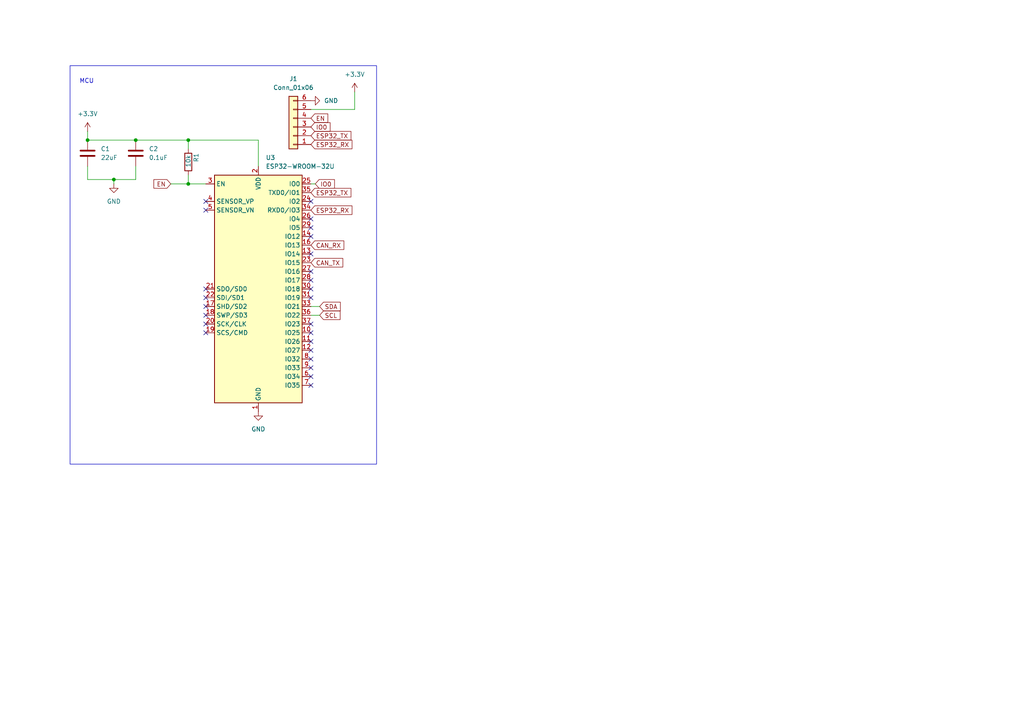
<source format=kicad_sch>
(kicad_sch (version 20250114) (generator "eeschema") (generator_version "9.0")
  (paper "A4")
  (lib_symbols
    (symbol "Connector_Generic:Conn_01x06" (pin_names (offset 1.016) (hide yes))
      (property "Reference" "J" (at 0 7.62 0))
      (property "Value" "Conn_01x06" (at 0 -10.16 0))
      (symbol "Conn_01x06_1_1"
        (rectangle (start -1.27 6.35) (end 1.27 -8.89) (stroke (width 0.254)) (fill (type background)))
        (rectangle (start -1.27 5.207) (end 0 4.953) (stroke (width 0.1524)))
        (rectangle (start -1.27 2.667) (end 0 2.413) (stroke (width 0.1524)))
        (rectangle (start -1.27 0.127) (end 0 -0.127) (stroke (width 0.1524)))
        (rectangle (start -1.27 -2.413) (end 0 -2.667) (stroke (width 0.1524)))
        (rectangle (start -1.27 -4.953) (end 0 -5.207) (stroke (width 0.1524)))
        (rectangle (start -1.27 -7.493) (end 0 -7.747) (stroke (width 0.1524)))
        (pin passive line (at -5.08 5.08 0) (length 3.81) (name "Pin_1") (number "1"))
        (pin passive line (at -5.08 2.54 0) (length 3.81) (name "Pin_2") (number "2"))
        (pin passive line (at -5.08 0 0) (length 3.81) (name "Pin_3") (number "3"))
        (pin passive line (at -5.08 -2.54 0) (length 3.81) (name "Pin_4") (number "4"))
        (pin passive line (at -5.08 -5.08 0) (length 3.81) (name "Pin_5") (number "5"))
        (pin passive line (at -5.08 -7.62 0) (length 3.81) (name "Pin_6") (number "6"))
      )
    )
    (symbol "Device:C" (pin_numbers (hide yes)) (pin_names (offset 0.254))
      (property "Reference" "C" (at 0.635 2.54 0))
      (property "Value" "C" (at 0.635 -2.54 0))
      (symbol "C_0_1"
        (polyline (pts (xy -2.032 0.762) (xy 2.032 0.762)) (stroke (width 0.508)))
        (polyline (pts (xy -2.032 -0.762) (xy 2.032 -0.762)) (stroke (width 0.508)))
      )
      (symbol "C_1_1"
        (pin passive line (at 0 3.81 270) (length 2.794) (name "~") (number "1"))
        (pin passive line (at 0 -3.81 90) (length 2.794) (name "~") (number "2"))
      )
    )
    (symbol "Device:R" (pin_numbers (hide yes)) (pin_names (offset 0))
      (property "Reference" "R" (at 2.032 0 90))
      (property "Value" "R" (at 0 0 90))
      (symbol "R_0_1"
        (rectangle (start -1.016 -2.54) (end 1.016 2.54) (stroke (width 0.254)))
      )
      (symbol "R_1_1"
        (pin passive line (at 0 3.81 270) (length 1.27) (name "~") (number "1"))
        (pin passive line (at 0 -3.81 90) (length 1.27) (name "~") (number "2"))
      )
    )
    (symbol "RF_Module:ESP32-WROOM-32U"
      (property "Reference" "U" (at -12.7 34.29 0))
      (property "Value" "ESP32-WROOM-32U" (at 1.27 34.29 0))
      (symbol "ESP32-WROOM-32U_0_1"
        (rectangle (start -12.7 33.02) (end 12.7 -33.02) (stroke (width 0.254)) (fill (type background)))
      )
      (symbol "ESP32-WROOM-32U_1_1"
        (pin input line (at -15.24 30.48 0) (length 2.54) (name "EN") (number "3"))
        (pin input line (at -15.24 25.4 0) (length 2.54) (name "SENSOR_VP") (number "4"))
        (pin input line (at -15.24 22.86 0) (length 2.54) (name "SENSOR_VN") (number "5"))
        (pin bidirectional line (at -15.24 0 0) (length 2.54) (name "SDO/SD0") (number "21"))
        (pin bidirectional line (at -15.24 -2.54 0) (length 2.54) (name "SDI/SD1") (number "22"))
        (pin bidirectional line (at -15.24 -5.08 0) (length 2.54) (name "SHD/SD2") (number "17"))
        (pin bidirectional line (at -15.24 -7.62 0) (length 2.54) (name "SWP/SD3") (number "18"))
        (pin bidirectional line (at -15.24 -10.16 0) (length 2.54) (name "SCK/CLK") (number "20"))
        (pin bidirectional line (at -15.24 -12.7 0) (length 2.54) (name "SCS/CMD") (number "19"))
        (pin no_connect line (at -12.7 -27.94 0) (length 2.54) (hide yes) (name "NC") (number "32"))
        (pin power_in line (at 0 35.56 270) (length 2.54) (name "VDD") (number "2"))
        (pin power_in line (at 0 -35.56 90) (length 2.54) (name "GND") (number "1"))
        (pin passive line (at 0 -35.56 90) (length 2.54) (hide yes) (name "GND") (number "15"))
        (pin passive line (at 0 -35.56 90) (length 2.54) (hide yes) (name "GND") (number "38"))
        (pin passive line (at 0 -35.56 90) (length 2.54) (hide yes) (name "GND") (number "39"))
        (pin bidirectional line (at 15.24 30.48 180) (length 2.54) (name "IO0") (number "25"))
        (pin bidirectional line (at 15.24 27.94 180) (length 2.54) (name "TXD0/IO1") (number "35"))
        (pin bidirectional line (at 15.24 25.4 180) (length 2.54) (name "IO2") (number "24"))
        (pin bidirectional line (at 15.24 22.86 180) (length 2.54) (name "RXD0/IO3") (number "34"))
        (pin bidirectional line (at 15.24 20.32 180) (length 2.54) (name "IO4") (number "26"))
        (pin bidirectional line (at 15.24 17.78 180) (length 2.54) (name "IO5") (number "29"))
        (pin bidirectional line (at 15.24 15.24 180) (length 2.54) (name "IO12") (number "14"))
        (pin bidirectional line (at 15.24 12.7 180) (length 2.54) (name "IO13") (number "16"))
        (pin bidirectional line (at 15.24 10.16 180) (length 2.54) (name "IO14") (number "13"))
        (pin bidirectional line (at 15.24 7.62 180) (length 2.54) (name "IO15") (number "23"))
        (pin bidirectional line (at 15.24 5.08 180) (length 2.54) (name "IO16") (number "27"))
        (pin bidirectional line (at 15.24 2.54 180) (length 2.54) (name "IO17") (number "28"))
        (pin bidirectional line (at 15.24 0 180) (length 2.54) (name "IO18") (number "30"))
        (pin bidirectional line (at 15.24 -2.54 180) (length 2.54) (name "IO19") (number "31"))
        (pin bidirectional line (at 15.24 -5.08 180) (length 2.54) (name "IO21") (number "33"))
        (pin bidirectional line (at 15.24 -7.62 180) (length 2.54) (name "IO22") (number "36"))
        (pin bidirectional line (at 15.24 -10.16 180) (length 2.54) (name "IO23") (number "37"))
        (pin bidirectional line (at 15.24 -12.7 180) (length 2.54) (name "IO25") (number "10"))
        (pin bidirectional line (at 15.24 -15.24 180) (length 2.54) (name "IO26") (number "11"))
        (pin bidirectional line (at 15.24 -17.78 180) (length 2.54) (name "IO27") (number "12"))
        (pin bidirectional line (at 15.24 -20.32 180) (length 2.54) (name "IO32") (number "8"))
        (pin bidirectional line (at 15.24 -22.86 180) (length 2.54) (name "IO33") (number "9"))
        (pin input line (at 15.24 -25.4 180) (length 2.54) (name "IO34") (number "6"))
        (pin input line (at 15.24 -27.94 180) (length 2.54) (name "IO35") (number "7"))
      )
    )
    (symbol "power:+3.3V" (power) (pin_numbers (hide yes)) (pin_names (offset 0) (hide yes))
      (property "Value" "+3.3V" (at 0 3.556 0))
      (symbol "+3.3V_0_1"
        (polyline (pts (xy -0.762 1.27) (xy 0 2.54)))
        (polyline (pts (xy 0 2.54) (xy 0.762 1.27)))
        (polyline (pts (xy 0 0) (xy 0 2.54)))
      )
      (symbol "+3.3V_1_1"
        (pin power_in line (at 0 0 90) (length 0) (name "~") (number "1"))
      )
    )
    (symbol "power:GND" (power) (pin_numbers (hide yes)) (pin_names (offset 0) (hide yes))
      (property "Value" "GND" (at 0 -3.81 0))
      (symbol "GND_0_1"
        (polyline (pts (xy 0 0) (xy 0 -1.27) (xy 1.27 -1.27) (xy 0 -2.54) (xy -1.27 -1.27) (xy 0 -1.27)))
      )
      (symbol "GND_1_1"
        (pin power_in line (at 0 0 270) (length 0) (name "~") (number "1"))
      )
    )
  )
  (rectangle (start 20.32 19.05) (end 109.22 134.62))
  (text "MCU" (at 25.146 23.622 0) (effects (font (size 1.27 1.27))))
  (junction (at 39.37 40.64))
  (junction (at 25.4 40.64))
  (junction (at 54.61 53.34))
  (junction (at 33.02 52.07))
  (junction (at 54.61 40.64))
  (no_connect (at 90.17 99.06))
  (no_connect (at 90.17 66.04))
  (no_connect (at 59.69 60.96))
  (no_connect (at 59.69 83.82))
  (no_connect (at 90.17 78.74))
  (no_connect (at 90.17 104.14))
  (no_connect (at 90.17 93.98))
  (no_connect (at 90.17 83.82))
  (no_connect (at 90.17 86.36))
  (no_connect (at 59.69 86.36))
  (no_connect (at 59.69 91.44))
  (no_connect (at 59.69 58.42))
  (no_connect (at 59.69 88.9))
  (no_connect (at 90.17 68.58))
  (no_connect (at 90.17 101.6))
  (no_connect (at 90.17 106.68))
  (no_connect (at 90.17 96.52))
  (no_connect (at 59.69 93.98))
  (no_connect (at 90.17 63.5))
  (no_connect (at 59.69 96.52))
  (no_connect (at 90.17 58.42))
  (no_connect (at 90.17 81.28))
  (no_connect (at 90.17 109.22))
  (no_connect (at 90.17 111.76))
  (no_connect (at 90.17 73.66))
  (wire (pts (xy 90.17 53.34) (xy 91.44 53.34)))
  (wire (pts (xy 39.37 48.26) (xy 39.37 52.07)))
  (wire (pts (xy 54.61 40.64) (xy 74.93 40.64)))
  (wire (pts (xy 49.53 53.34) (xy 54.61 53.34)))
  (wire (pts (xy 25.4 52.07) (xy 33.02 52.07)))
  (wire (pts (xy 90.17 91.44) (xy 92.71 91.44)))
  (wire (pts (xy 25.4 48.26) (xy 25.4 52.07)))
  (wire (pts (xy 74.93 40.64) (xy 74.93 48.26)))
  (wire (pts (xy 33.02 52.07) (xy 39.37 52.07)))
  (wire (pts (xy 90.17 88.9) (xy 92.71 88.9)))
  (wire (pts (xy 33.02 52.07) (xy 33.02 53.34)))
  (wire (pts (xy 54.61 50.8) (xy 54.61 53.34)))
  (wire (pts (xy 54.61 53.34) (xy 59.69 53.34)))
  (wire (pts (xy 25.4 40.64) (xy 39.37 40.64)))
  (wire (pts (xy 39.37 40.64) (xy 54.61 40.64)))
  (wire (pts (xy 54.61 43.18) (xy 54.61 40.64)))
  (wire (pts (xy 102.87 31.75) (xy 102.87 26.67)))
  (wire (pts (xy 25.4 38.1) (xy 25.4 40.64)))
  (wire (pts (xy 90.17 31.75) (xy 102.87 31.75)))
  (global_label "CAN_RX" (shape input) (at 90.17 71.12 0) (property "Intersheetrefs" "${INTERSHEET_REFS}" (effects (hide yes))))
  (global_label "EN" (shape input) (at 90.17 34.29 0) (property "Intersheetrefs" "${INTERSHEET_REFS}" (effects (hide yes))))
  (global_label "SDA" (shape input) (at 92.71 88.9 0) (property "Intersheetrefs" "${INTERSHEET_REFS}" (effects (hide yes))))
  (global_label "ESP32_TX" (shape input) (at 90.17 55.88 0) (property "Intersheetrefs" "${INTERSHEET_REFS}" (effects (hide yes))))
  (global_label "SCL" (shape input) (at 92.71 91.44 0) (property "Intersheetrefs" "${INTERSHEET_REFS}" (effects (hide yes))))
  (global_label "IO0" (shape input) (at 90.17 36.83 0) (property "Intersheetrefs" "${INTERSHEET_REFS}" (effects (hide yes))))
  (global_label "ESP32_TX" (shape input) (at 90.17 39.37 0) (property "Intersheetrefs" "${INTERSHEET_REFS}" (effects (hide yes))))
  (global_label "CAN_TX" (shape input) (at 90.17 76.2 0) (property "Intersheetrefs" "${INTERSHEET_REFS}" (effects (hide yes))))
  (global_label "ESP32_RX" (shape input) (at 90.17 60.96 0) (property "Intersheetrefs" "${INTERSHEET_REFS}" (effects (hide yes))))
  (global_label "IO0" (shape input) (at 91.44 53.34 0) (property "Intersheetrefs" "${INTERSHEET_REFS}" (effects (hide yes))))
  (global_label "EN" (shape input) (at 49.53 53.34 180) (property "Intersheetrefs" "${INTERSHEET_REFS}" (effects (hide yes))))
  (global_label "ESP32_RX" (shape input) (at 90.17 41.91 0) (property "Intersheetrefs" "${INTERSHEET_REFS}" (effects (hide yes))))
  (symbol (lib_id "Device:C") (at 25.4 44.45 0) (unit 1)
    (property "Reference" "C1" (at 29.21 43.1799 0) (effects (justify left)))
    (property "Value" "22uF" (at 29.21 45.7199 0) (effects (justify left)))
    (property "Footprint" "Capacitor_SMD:C_1206_3216Metric_Pad1.33x1.80mm_HandSolder" (effects (hide yes)))
    (property "Description" "Unpolarized capacitor" (effects (hide yes)))
  )
  (symbol (lib_id "Device:C") (at 39.37 44.45 0) (unit 1)
    (property "Reference" "C2" (at 43.18 43.1799 0) (effects (justify left)))
    (property "Value" "0.1uF" (at 43.18 45.7199 0) (effects (justify left)))
    (property "Footprint" "Capacitor_SMD:C_1206_3216Metric_Pad1.33x1.80mm_HandSolder" (effects (hide yes)))
    (property "Description" "Unpolarized capacitor" (effects (hide yes)))
  )
  (symbol (lib_id "power:+3.3V") (at 102.87 26.67 0) (unit 1)
    (property "Reference" "#PWR04" (effects (hide yes)))
    (property "Value" "+3.3V" (at 102.87 21.59 0))
    (property "Description" "Power symbol creates a global label with name \"+3.3V\"" (effects (hide yes)))
  )
  (symbol (lib_id "power:GND") (at 33.02 53.34 0) (unit 1)
    (property "Reference" "#PWR01" (effects (hide yes)))
    (property "Value" "GND" (at 33.02 58.42 0))
    (property "Description" "Power symbol creates a global label with name \"GND\" , ground" (effects (hide yes)))
  )
  (symbol (lib_id "Connector_Generic:Conn_01x06") (at 85.09 36.83 180) (unit 1)
    (property "Reference" "J1" (at 85.09 22.86 0))
    (property "Value" "Conn_01x06" (at 85.09 25.4 0))
    (property "Footprint" "Connector_PinHeader_2.54mm:PinHeader_1x06_P2.54mm_Horizontal" (effects (hide yes)))
    (property "Description" "Generic connector, single row, 01x06, script generated (kicad-library-utils/schlib/autogen/connector/)" (effects (hide yes)))
  )
  (symbol (lib_id "power:+3.3V") (at 25.4 38.1 0) (unit 1)
    (property "Reference" "#PWR02" (effects (hide yes)))
    (property "Value" "+3.3V" (at 25.4 33.02 0))
    (property "Description" "Power symbol creates a global label with name \"+3.3V\"" (effects (hide yes)))
  )
  (symbol (lib_id "power:GND") (at 90.17 29.21 90) (unit 1)
    (property "Reference" "#PWR05" (effects (hide yes)))
    (property "Value" "GND" (at 93.98 29.2099 90) (effects (justify right)))
    (property "Description" "Power symbol creates a global label with name \"GND\" , ground" (effects (hide yes)))
  )
  (symbol (lib_id "Device:R") (at 54.61 46.99 0) (unit 1)
    (property "Reference" "R1" (at 56.896 45.72 90))
    (property "Value" "10k" (at 54.61 46.736 90))
    (property "Footprint" "Resistor_SMD:R_1206_3216Metric_Pad1.30x1.75mm_HandSolder" (effects (hide yes)))
    (property "Description" "Resistor" (effects (hide yes)))
  )
  (symbol (lib_id "power:GND") (at 74.93 119.38 0) (unit 1)
    (property "Reference" "#PWR03" (effects (hide yes)))
    (property "Value" "GND" (at 74.93 124.46 0))
    (property "Description" "Power symbol creates a global label with name \"GND\" , ground" (effects (hide yes)))
  )
  (symbol (lib_id "RF_Module:ESP32-WROOM-32U") (at 74.93 83.82 0) (unit 1)
    (property "Reference" "U3" (at 77.0733 45.72 0) (effects (justify left)))
    (property "Value" "ESP32-WROOM-32U" (at 77.0733 48.26 0) (effects (justify left)))
    (property "Footprint" "RF_Module:ESP32-WROOM-32U" (effects (hide yes)))
    (property "Datasheet" "https://www.espressif.com/sites/default/files/documentation/esp32-wroom-32d_esp32-wroom-32u_datasheet_en.pdf" (effects (hide yes)))
    (property "Description" "RF Module, ESP32-D0WD SoC, Wi-Fi 802.11b/g/n, Bluetooth, BLE, 32-bit, 2.7-3.6V, external antenna, SMD" (effects (hide yes)))
  )
)
</source>
